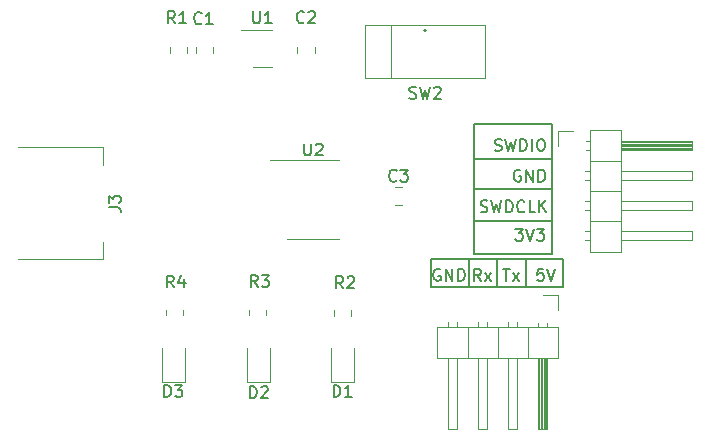
<source format=gbr>
%TF.GenerationSoftware,KiCad,Pcbnew,7.0.1*%
%TF.CreationDate,2023-09-30T16:00:22-04:00*%
%TF.ProjectId,usb_demonstrator,7573625f-6465-46d6-9f6e-73747261746f,rev?*%
%TF.SameCoordinates,Original*%
%TF.FileFunction,Legend,Top*%
%TF.FilePolarity,Positive*%
%FSLAX46Y46*%
G04 Gerber Fmt 4.6, Leading zero omitted, Abs format (unit mm)*
G04 Created by KiCad (PCBNEW 7.0.1) date 2023-09-30 16:00:22*
%MOMM*%
%LPD*%
G01*
G04 APERTURE LIST*
%ADD10C,0.150000*%
%ADD11C,0.120000*%
%ADD12C,0.160000*%
G04 APERTURE END LIST*
D10*
X173000000Y-95000000D02*
X173000000Y-97400000D01*
X170600000Y-95000000D02*
X170600000Y-97400000D01*
X176200000Y-97400000D02*
X176200000Y-95000000D01*
X165000000Y-95000000D02*
X165000000Y-97400000D01*
X175200000Y-91800000D02*
X168600000Y-91800000D01*
X168600000Y-89100000D02*
X175200000Y-89100000D01*
X165000000Y-97400000D02*
X176200000Y-97400000D01*
X175200000Y-86600000D02*
X168600000Y-86600000D01*
X168600000Y-94600000D02*
X175200000Y-94600000D01*
X168600000Y-83600000D02*
X168600000Y-94600000D01*
X168200000Y-95000000D02*
X168200000Y-97400000D01*
X176200000Y-95000000D02*
X165000000Y-95000000D01*
X175200000Y-94600000D02*
X175200000Y-83600000D01*
X175200000Y-83600000D02*
X168600000Y-83600000D01*
X172561904Y-87525238D02*
X172466666Y-87477619D01*
X172466666Y-87477619D02*
X172323809Y-87477619D01*
X172323809Y-87477619D02*
X172180952Y-87525238D01*
X172180952Y-87525238D02*
X172085714Y-87620476D01*
X172085714Y-87620476D02*
X172038095Y-87715714D01*
X172038095Y-87715714D02*
X171990476Y-87906190D01*
X171990476Y-87906190D02*
X171990476Y-88049047D01*
X171990476Y-88049047D02*
X172038095Y-88239523D01*
X172038095Y-88239523D02*
X172085714Y-88334761D01*
X172085714Y-88334761D02*
X172180952Y-88430000D01*
X172180952Y-88430000D02*
X172323809Y-88477619D01*
X172323809Y-88477619D02*
X172419047Y-88477619D01*
X172419047Y-88477619D02*
X172561904Y-88430000D01*
X172561904Y-88430000D02*
X172609523Y-88382380D01*
X172609523Y-88382380D02*
X172609523Y-88049047D01*
X172609523Y-88049047D02*
X172419047Y-88049047D01*
X173038095Y-88477619D02*
X173038095Y-87477619D01*
X173038095Y-87477619D02*
X173609523Y-88477619D01*
X173609523Y-88477619D02*
X173609523Y-87477619D01*
X174085714Y-88477619D02*
X174085714Y-87477619D01*
X174085714Y-87477619D02*
X174323809Y-87477619D01*
X174323809Y-87477619D02*
X174466666Y-87525238D01*
X174466666Y-87525238D02*
X174561904Y-87620476D01*
X174561904Y-87620476D02*
X174609523Y-87715714D01*
X174609523Y-87715714D02*
X174657142Y-87906190D01*
X174657142Y-87906190D02*
X174657142Y-88049047D01*
X174657142Y-88049047D02*
X174609523Y-88239523D01*
X174609523Y-88239523D02*
X174561904Y-88334761D01*
X174561904Y-88334761D02*
X174466666Y-88430000D01*
X174466666Y-88430000D02*
X174323809Y-88477619D01*
X174323809Y-88477619D02*
X174085714Y-88477619D01*
X165761904Y-95925238D02*
X165666666Y-95877619D01*
X165666666Y-95877619D02*
X165523809Y-95877619D01*
X165523809Y-95877619D02*
X165380952Y-95925238D01*
X165380952Y-95925238D02*
X165285714Y-96020476D01*
X165285714Y-96020476D02*
X165238095Y-96115714D01*
X165238095Y-96115714D02*
X165190476Y-96306190D01*
X165190476Y-96306190D02*
X165190476Y-96449047D01*
X165190476Y-96449047D02*
X165238095Y-96639523D01*
X165238095Y-96639523D02*
X165285714Y-96734761D01*
X165285714Y-96734761D02*
X165380952Y-96830000D01*
X165380952Y-96830000D02*
X165523809Y-96877619D01*
X165523809Y-96877619D02*
X165619047Y-96877619D01*
X165619047Y-96877619D02*
X165761904Y-96830000D01*
X165761904Y-96830000D02*
X165809523Y-96782380D01*
X165809523Y-96782380D02*
X165809523Y-96449047D01*
X165809523Y-96449047D02*
X165619047Y-96449047D01*
X166238095Y-96877619D02*
X166238095Y-95877619D01*
X166238095Y-95877619D02*
X166809523Y-96877619D01*
X166809523Y-96877619D02*
X166809523Y-95877619D01*
X167285714Y-96877619D02*
X167285714Y-95877619D01*
X167285714Y-95877619D02*
X167523809Y-95877619D01*
X167523809Y-95877619D02*
X167666666Y-95925238D01*
X167666666Y-95925238D02*
X167761904Y-96020476D01*
X167761904Y-96020476D02*
X167809523Y-96115714D01*
X167809523Y-96115714D02*
X167857142Y-96306190D01*
X167857142Y-96306190D02*
X167857142Y-96449047D01*
X167857142Y-96449047D02*
X167809523Y-96639523D01*
X167809523Y-96639523D02*
X167761904Y-96734761D01*
X167761904Y-96734761D02*
X167666666Y-96830000D01*
X167666666Y-96830000D02*
X167523809Y-96877619D01*
X167523809Y-96877619D02*
X167285714Y-96877619D01*
X169190476Y-91030000D02*
X169333333Y-91077619D01*
X169333333Y-91077619D02*
X169571428Y-91077619D01*
X169571428Y-91077619D02*
X169666666Y-91030000D01*
X169666666Y-91030000D02*
X169714285Y-90982380D01*
X169714285Y-90982380D02*
X169761904Y-90887142D01*
X169761904Y-90887142D02*
X169761904Y-90791904D01*
X169761904Y-90791904D02*
X169714285Y-90696666D01*
X169714285Y-90696666D02*
X169666666Y-90649047D01*
X169666666Y-90649047D02*
X169571428Y-90601428D01*
X169571428Y-90601428D02*
X169380952Y-90553809D01*
X169380952Y-90553809D02*
X169285714Y-90506190D01*
X169285714Y-90506190D02*
X169238095Y-90458571D01*
X169238095Y-90458571D02*
X169190476Y-90363333D01*
X169190476Y-90363333D02*
X169190476Y-90268095D01*
X169190476Y-90268095D02*
X169238095Y-90172857D01*
X169238095Y-90172857D02*
X169285714Y-90125238D01*
X169285714Y-90125238D02*
X169380952Y-90077619D01*
X169380952Y-90077619D02*
X169619047Y-90077619D01*
X169619047Y-90077619D02*
X169761904Y-90125238D01*
X170095238Y-90077619D02*
X170333333Y-91077619D01*
X170333333Y-91077619D02*
X170523809Y-90363333D01*
X170523809Y-90363333D02*
X170714285Y-91077619D01*
X170714285Y-91077619D02*
X170952381Y-90077619D01*
X171333333Y-91077619D02*
X171333333Y-90077619D01*
X171333333Y-90077619D02*
X171571428Y-90077619D01*
X171571428Y-90077619D02*
X171714285Y-90125238D01*
X171714285Y-90125238D02*
X171809523Y-90220476D01*
X171809523Y-90220476D02*
X171857142Y-90315714D01*
X171857142Y-90315714D02*
X171904761Y-90506190D01*
X171904761Y-90506190D02*
X171904761Y-90649047D01*
X171904761Y-90649047D02*
X171857142Y-90839523D01*
X171857142Y-90839523D02*
X171809523Y-90934761D01*
X171809523Y-90934761D02*
X171714285Y-91030000D01*
X171714285Y-91030000D02*
X171571428Y-91077619D01*
X171571428Y-91077619D02*
X171333333Y-91077619D01*
X172904761Y-90982380D02*
X172857142Y-91030000D01*
X172857142Y-91030000D02*
X172714285Y-91077619D01*
X172714285Y-91077619D02*
X172619047Y-91077619D01*
X172619047Y-91077619D02*
X172476190Y-91030000D01*
X172476190Y-91030000D02*
X172380952Y-90934761D01*
X172380952Y-90934761D02*
X172333333Y-90839523D01*
X172333333Y-90839523D02*
X172285714Y-90649047D01*
X172285714Y-90649047D02*
X172285714Y-90506190D01*
X172285714Y-90506190D02*
X172333333Y-90315714D01*
X172333333Y-90315714D02*
X172380952Y-90220476D01*
X172380952Y-90220476D02*
X172476190Y-90125238D01*
X172476190Y-90125238D02*
X172619047Y-90077619D01*
X172619047Y-90077619D02*
X172714285Y-90077619D01*
X172714285Y-90077619D02*
X172857142Y-90125238D01*
X172857142Y-90125238D02*
X172904761Y-90172857D01*
X173809523Y-91077619D02*
X173333333Y-91077619D01*
X173333333Y-91077619D02*
X173333333Y-90077619D01*
X174142857Y-91077619D02*
X174142857Y-90077619D01*
X174714285Y-91077619D02*
X174285714Y-90506190D01*
X174714285Y-90077619D02*
X174142857Y-90649047D01*
X172142857Y-92477619D02*
X172761904Y-92477619D01*
X172761904Y-92477619D02*
X172428571Y-92858571D01*
X172428571Y-92858571D02*
X172571428Y-92858571D01*
X172571428Y-92858571D02*
X172666666Y-92906190D01*
X172666666Y-92906190D02*
X172714285Y-92953809D01*
X172714285Y-92953809D02*
X172761904Y-93049047D01*
X172761904Y-93049047D02*
X172761904Y-93287142D01*
X172761904Y-93287142D02*
X172714285Y-93382380D01*
X172714285Y-93382380D02*
X172666666Y-93430000D01*
X172666666Y-93430000D02*
X172571428Y-93477619D01*
X172571428Y-93477619D02*
X172285714Y-93477619D01*
X172285714Y-93477619D02*
X172190476Y-93430000D01*
X172190476Y-93430000D02*
X172142857Y-93382380D01*
X173047619Y-92477619D02*
X173380952Y-93477619D01*
X173380952Y-93477619D02*
X173714285Y-92477619D01*
X173952381Y-92477619D02*
X174571428Y-92477619D01*
X174571428Y-92477619D02*
X174238095Y-92858571D01*
X174238095Y-92858571D02*
X174380952Y-92858571D01*
X174380952Y-92858571D02*
X174476190Y-92906190D01*
X174476190Y-92906190D02*
X174523809Y-92953809D01*
X174523809Y-92953809D02*
X174571428Y-93049047D01*
X174571428Y-93049047D02*
X174571428Y-93287142D01*
X174571428Y-93287142D02*
X174523809Y-93382380D01*
X174523809Y-93382380D02*
X174476190Y-93430000D01*
X174476190Y-93430000D02*
X174380952Y-93477619D01*
X174380952Y-93477619D02*
X174095238Y-93477619D01*
X174095238Y-93477619D02*
X174000000Y-93430000D01*
X174000000Y-93430000D02*
X173952381Y-93382380D01*
X174514285Y-95877619D02*
X174038095Y-95877619D01*
X174038095Y-95877619D02*
X173990476Y-96353809D01*
X173990476Y-96353809D02*
X174038095Y-96306190D01*
X174038095Y-96306190D02*
X174133333Y-96258571D01*
X174133333Y-96258571D02*
X174371428Y-96258571D01*
X174371428Y-96258571D02*
X174466666Y-96306190D01*
X174466666Y-96306190D02*
X174514285Y-96353809D01*
X174514285Y-96353809D02*
X174561904Y-96449047D01*
X174561904Y-96449047D02*
X174561904Y-96687142D01*
X174561904Y-96687142D02*
X174514285Y-96782380D01*
X174514285Y-96782380D02*
X174466666Y-96830000D01*
X174466666Y-96830000D02*
X174371428Y-96877619D01*
X174371428Y-96877619D02*
X174133333Y-96877619D01*
X174133333Y-96877619D02*
X174038095Y-96830000D01*
X174038095Y-96830000D02*
X173990476Y-96782380D01*
X174847619Y-95877619D02*
X175180952Y-96877619D01*
X175180952Y-96877619D02*
X175514285Y-95877619D01*
X170390476Y-85830000D02*
X170533333Y-85877619D01*
X170533333Y-85877619D02*
X170771428Y-85877619D01*
X170771428Y-85877619D02*
X170866666Y-85830000D01*
X170866666Y-85830000D02*
X170914285Y-85782380D01*
X170914285Y-85782380D02*
X170961904Y-85687142D01*
X170961904Y-85687142D02*
X170961904Y-85591904D01*
X170961904Y-85591904D02*
X170914285Y-85496666D01*
X170914285Y-85496666D02*
X170866666Y-85449047D01*
X170866666Y-85449047D02*
X170771428Y-85401428D01*
X170771428Y-85401428D02*
X170580952Y-85353809D01*
X170580952Y-85353809D02*
X170485714Y-85306190D01*
X170485714Y-85306190D02*
X170438095Y-85258571D01*
X170438095Y-85258571D02*
X170390476Y-85163333D01*
X170390476Y-85163333D02*
X170390476Y-85068095D01*
X170390476Y-85068095D02*
X170438095Y-84972857D01*
X170438095Y-84972857D02*
X170485714Y-84925238D01*
X170485714Y-84925238D02*
X170580952Y-84877619D01*
X170580952Y-84877619D02*
X170819047Y-84877619D01*
X170819047Y-84877619D02*
X170961904Y-84925238D01*
X171295238Y-84877619D02*
X171533333Y-85877619D01*
X171533333Y-85877619D02*
X171723809Y-85163333D01*
X171723809Y-85163333D02*
X171914285Y-85877619D01*
X171914285Y-85877619D02*
X172152381Y-84877619D01*
X172533333Y-85877619D02*
X172533333Y-84877619D01*
X172533333Y-84877619D02*
X172771428Y-84877619D01*
X172771428Y-84877619D02*
X172914285Y-84925238D01*
X172914285Y-84925238D02*
X173009523Y-85020476D01*
X173009523Y-85020476D02*
X173057142Y-85115714D01*
X173057142Y-85115714D02*
X173104761Y-85306190D01*
X173104761Y-85306190D02*
X173104761Y-85449047D01*
X173104761Y-85449047D02*
X173057142Y-85639523D01*
X173057142Y-85639523D02*
X173009523Y-85734761D01*
X173009523Y-85734761D02*
X172914285Y-85830000D01*
X172914285Y-85830000D02*
X172771428Y-85877619D01*
X172771428Y-85877619D02*
X172533333Y-85877619D01*
X173533333Y-85877619D02*
X173533333Y-84877619D01*
X174199999Y-84877619D02*
X174390475Y-84877619D01*
X174390475Y-84877619D02*
X174485713Y-84925238D01*
X174485713Y-84925238D02*
X174580951Y-85020476D01*
X174580951Y-85020476D02*
X174628570Y-85210952D01*
X174628570Y-85210952D02*
X174628570Y-85544285D01*
X174628570Y-85544285D02*
X174580951Y-85734761D01*
X174580951Y-85734761D02*
X174485713Y-85830000D01*
X174485713Y-85830000D02*
X174390475Y-85877619D01*
X174390475Y-85877619D02*
X174199999Y-85877619D01*
X174199999Y-85877619D02*
X174104761Y-85830000D01*
X174104761Y-85830000D02*
X174009523Y-85734761D01*
X174009523Y-85734761D02*
X173961904Y-85544285D01*
X173961904Y-85544285D02*
X173961904Y-85210952D01*
X173961904Y-85210952D02*
X174009523Y-85020476D01*
X174009523Y-85020476D02*
X174104761Y-84925238D01*
X174104761Y-84925238D02*
X174199999Y-84877619D01*
X169209523Y-96877619D02*
X168876190Y-96401428D01*
X168638095Y-96877619D02*
X168638095Y-95877619D01*
X168638095Y-95877619D02*
X169019047Y-95877619D01*
X169019047Y-95877619D02*
X169114285Y-95925238D01*
X169114285Y-95925238D02*
X169161904Y-95972857D01*
X169161904Y-95972857D02*
X169209523Y-96068095D01*
X169209523Y-96068095D02*
X169209523Y-96210952D01*
X169209523Y-96210952D02*
X169161904Y-96306190D01*
X169161904Y-96306190D02*
X169114285Y-96353809D01*
X169114285Y-96353809D02*
X169019047Y-96401428D01*
X169019047Y-96401428D02*
X168638095Y-96401428D01*
X169542857Y-96877619D02*
X170066666Y-96210952D01*
X169542857Y-96210952D02*
X170066666Y-96877619D01*
X171095238Y-95877619D02*
X171666666Y-95877619D01*
X171380952Y-96877619D02*
X171380952Y-95877619D01*
X171904762Y-96877619D02*
X172428571Y-96210952D01*
X171904762Y-96210952D02*
X172428571Y-96877619D01*
%TO.C,J3*%
X137702619Y-90663333D02*
X138416904Y-90663333D01*
X138416904Y-90663333D02*
X138559761Y-90710952D01*
X138559761Y-90710952D02*
X138655000Y-90806190D01*
X138655000Y-90806190D02*
X138702619Y-90949047D01*
X138702619Y-90949047D02*
X138702619Y-91044285D01*
X137702619Y-90282380D02*
X137702619Y-89663333D01*
X137702619Y-89663333D02*
X138083571Y-89996666D01*
X138083571Y-89996666D02*
X138083571Y-89853809D01*
X138083571Y-89853809D02*
X138131190Y-89758571D01*
X138131190Y-89758571D02*
X138178809Y-89710952D01*
X138178809Y-89710952D02*
X138274047Y-89663333D01*
X138274047Y-89663333D02*
X138512142Y-89663333D01*
X138512142Y-89663333D02*
X138607380Y-89710952D01*
X138607380Y-89710952D02*
X138655000Y-89758571D01*
X138655000Y-89758571D02*
X138702619Y-89853809D01*
X138702619Y-89853809D02*
X138702619Y-90139523D01*
X138702619Y-90139523D02*
X138655000Y-90234761D01*
X138655000Y-90234761D02*
X138607380Y-90282380D01*
%TO.C,U2*%
X154238095Y-85262619D02*
X154238095Y-86072142D01*
X154238095Y-86072142D02*
X154285714Y-86167380D01*
X154285714Y-86167380D02*
X154333333Y-86215000D01*
X154333333Y-86215000D02*
X154428571Y-86262619D01*
X154428571Y-86262619D02*
X154619047Y-86262619D01*
X154619047Y-86262619D02*
X154714285Y-86215000D01*
X154714285Y-86215000D02*
X154761904Y-86167380D01*
X154761904Y-86167380D02*
X154809523Y-86072142D01*
X154809523Y-86072142D02*
X154809523Y-85262619D01*
X155238095Y-85357857D02*
X155285714Y-85310238D01*
X155285714Y-85310238D02*
X155380952Y-85262619D01*
X155380952Y-85262619D02*
X155619047Y-85262619D01*
X155619047Y-85262619D02*
X155714285Y-85310238D01*
X155714285Y-85310238D02*
X155761904Y-85357857D01*
X155761904Y-85357857D02*
X155809523Y-85453095D01*
X155809523Y-85453095D02*
X155809523Y-85548333D01*
X155809523Y-85548333D02*
X155761904Y-85691190D01*
X155761904Y-85691190D02*
X155190476Y-86262619D01*
X155190476Y-86262619D02*
X155809523Y-86262619D01*
%TO.C,R4*%
X143208333Y-97437619D02*
X142875000Y-96961428D01*
X142636905Y-97437619D02*
X142636905Y-96437619D01*
X142636905Y-96437619D02*
X143017857Y-96437619D01*
X143017857Y-96437619D02*
X143113095Y-96485238D01*
X143113095Y-96485238D02*
X143160714Y-96532857D01*
X143160714Y-96532857D02*
X143208333Y-96628095D01*
X143208333Y-96628095D02*
X143208333Y-96770952D01*
X143208333Y-96770952D02*
X143160714Y-96866190D01*
X143160714Y-96866190D02*
X143113095Y-96913809D01*
X143113095Y-96913809D02*
X143017857Y-96961428D01*
X143017857Y-96961428D02*
X142636905Y-96961428D01*
X144065476Y-96770952D02*
X144065476Y-97437619D01*
X143827381Y-96390000D02*
X143589286Y-97104285D01*
X143589286Y-97104285D02*
X144208333Y-97104285D01*
%TO.C,D3*%
X142411905Y-106712619D02*
X142411905Y-105712619D01*
X142411905Y-105712619D02*
X142650000Y-105712619D01*
X142650000Y-105712619D02*
X142792857Y-105760238D01*
X142792857Y-105760238D02*
X142888095Y-105855476D01*
X142888095Y-105855476D02*
X142935714Y-105950714D01*
X142935714Y-105950714D02*
X142983333Y-106141190D01*
X142983333Y-106141190D02*
X142983333Y-106284047D01*
X142983333Y-106284047D02*
X142935714Y-106474523D01*
X142935714Y-106474523D02*
X142888095Y-106569761D01*
X142888095Y-106569761D02*
X142792857Y-106665000D01*
X142792857Y-106665000D02*
X142650000Y-106712619D01*
X142650000Y-106712619D02*
X142411905Y-106712619D01*
X143316667Y-105712619D02*
X143935714Y-105712619D01*
X143935714Y-105712619D02*
X143602381Y-106093571D01*
X143602381Y-106093571D02*
X143745238Y-106093571D01*
X143745238Y-106093571D02*
X143840476Y-106141190D01*
X143840476Y-106141190D02*
X143888095Y-106188809D01*
X143888095Y-106188809D02*
X143935714Y-106284047D01*
X143935714Y-106284047D02*
X143935714Y-106522142D01*
X143935714Y-106522142D02*
X143888095Y-106617380D01*
X143888095Y-106617380D02*
X143840476Y-106665000D01*
X143840476Y-106665000D02*
X143745238Y-106712619D01*
X143745238Y-106712619D02*
X143459524Y-106712619D01*
X143459524Y-106712619D02*
X143364286Y-106665000D01*
X143364286Y-106665000D02*
X143316667Y-106617380D01*
%TO.C,D1*%
X156736905Y-106712619D02*
X156736905Y-105712619D01*
X156736905Y-105712619D02*
X156975000Y-105712619D01*
X156975000Y-105712619D02*
X157117857Y-105760238D01*
X157117857Y-105760238D02*
X157213095Y-105855476D01*
X157213095Y-105855476D02*
X157260714Y-105950714D01*
X157260714Y-105950714D02*
X157308333Y-106141190D01*
X157308333Y-106141190D02*
X157308333Y-106284047D01*
X157308333Y-106284047D02*
X157260714Y-106474523D01*
X157260714Y-106474523D02*
X157213095Y-106569761D01*
X157213095Y-106569761D02*
X157117857Y-106665000D01*
X157117857Y-106665000D02*
X156975000Y-106712619D01*
X156975000Y-106712619D02*
X156736905Y-106712619D01*
X158260714Y-106712619D02*
X157689286Y-106712619D01*
X157975000Y-106712619D02*
X157975000Y-105712619D01*
X157975000Y-105712619D02*
X157879762Y-105855476D01*
X157879762Y-105855476D02*
X157784524Y-105950714D01*
X157784524Y-105950714D02*
X157689286Y-105998333D01*
%TO.C,C2*%
X154233333Y-74967380D02*
X154185714Y-75015000D01*
X154185714Y-75015000D02*
X154042857Y-75062619D01*
X154042857Y-75062619D02*
X153947619Y-75062619D01*
X153947619Y-75062619D02*
X153804762Y-75015000D01*
X153804762Y-75015000D02*
X153709524Y-74919761D01*
X153709524Y-74919761D02*
X153661905Y-74824523D01*
X153661905Y-74824523D02*
X153614286Y-74634047D01*
X153614286Y-74634047D02*
X153614286Y-74491190D01*
X153614286Y-74491190D02*
X153661905Y-74300714D01*
X153661905Y-74300714D02*
X153709524Y-74205476D01*
X153709524Y-74205476D02*
X153804762Y-74110238D01*
X153804762Y-74110238D02*
X153947619Y-74062619D01*
X153947619Y-74062619D02*
X154042857Y-74062619D01*
X154042857Y-74062619D02*
X154185714Y-74110238D01*
X154185714Y-74110238D02*
X154233333Y-74157857D01*
X154614286Y-74157857D02*
X154661905Y-74110238D01*
X154661905Y-74110238D02*
X154757143Y-74062619D01*
X154757143Y-74062619D02*
X154995238Y-74062619D01*
X154995238Y-74062619D02*
X155090476Y-74110238D01*
X155090476Y-74110238D02*
X155138095Y-74157857D01*
X155138095Y-74157857D02*
X155185714Y-74253095D01*
X155185714Y-74253095D02*
X155185714Y-74348333D01*
X155185714Y-74348333D02*
X155138095Y-74491190D01*
X155138095Y-74491190D02*
X154566667Y-75062619D01*
X154566667Y-75062619D02*
X155185714Y-75062619D01*
%TO.C,R3*%
X150308333Y-97412619D02*
X149975000Y-96936428D01*
X149736905Y-97412619D02*
X149736905Y-96412619D01*
X149736905Y-96412619D02*
X150117857Y-96412619D01*
X150117857Y-96412619D02*
X150213095Y-96460238D01*
X150213095Y-96460238D02*
X150260714Y-96507857D01*
X150260714Y-96507857D02*
X150308333Y-96603095D01*
X150308333Y-96603095D02*
X150308333Y-96745952D01*
X150308333Y-96745952D02*
X150260714Y-96841190D01*
X150260714Y-96841190D02*
X150213095Y-96888809D01*
X150213095Y-96888809D02*
X150117857Y-96936428D01*
X150117857Y-96936428D02*
X149736905Y-96936428D01*
X150641667Y-96412619D02*
X151260714Y-96412619D01*
X151260714Y-96412619D02*
X150927381Y-96793571D01*
X150927381Y-96793571D02*
X151070238Y-96793571D01*
X151070238Y-96793571D02*
X151165476Y-96841190D01*
X151165476Y-96841190D02*
X151213095Y-96888809D01*
X151213095Y-96888809D02*
X151260714Y-96984047D01*
X151260714Y-96984047D02*
X151260714Y-97222142D01*
X151260714Y-97222142D02*
X151213095Y-97317380D01*
X151213095Y-97317380D02*
X151165476Y-97365000D01*
X151165476Y-97365000D02*
X151070238Y-97412619D01*
X151070238Y-97412619D02*
X150784524Y-97412619D01*
X150784524Y-97412619D02*
X150689286Y-97365000D01*
X150689286Y-97365000D02*
X150641667Y-97317380D01*
%TO.C,R1*%
X143313333Y-75070119D02*
X142980000Y-74593928D01*
X142741905Y-75070119D02*
X142741905Y-74070119D01*
X142741905Y-74070119D02*
X143122857Y-74070119D01*
X143122857Y-74070119D02*
X143218095Y-74117738D01*
X143218095Y-74117738D02*
X143265714Y-74165357D01*
X143265714Y-74165357D02*
X143313333Y-74260595D01*
X143313333Y-74260595D02*
X143313333Y-74403452D01*
X143313333Y-74403452D02*
X143265714Y-74498690D01*
X143265714Y-74498690D02*
X143218095Y-74546309D01*
X143218095Y-74546309D02*
X143122857Y-74593928D01*
X143122857Y-74593928D02*
X142741905Y-74593928D01*
X144265714Y-75070119D02*
X143694286Y-75070119D01*
X143980000Y-75070119D02*
X143980000Y-74070119D01*
X143980000Y-74070119D02*
X143884762Y-74212976D01*
X143884762Y-74212976D02*
X143789524Y-74308214D01*
X143789524Y-74308214D02*
X143694286Y-74355833D01*
%TO.C,C3*%
X162070833Y-88387380D02*
X162023214Y-88435000D01*
X162023214Y-88435000D02*
X161880357Y-88482619D01*
X161880357Y-88482619D02*
X161785119Y-88482619D01*
X161785119Y-88482619D02*
X161642262Y-88435000D01*
X161642262Y-88435000D02*
X161547024Y-88339761D01*
X161547024Y-88339761D02*
X161499405Y-88244523D01*
X161499405Y-88244523D02*
X161451786Y-88054047D01*
X161451786Y-88054047D02*
X161451786Y-87911190D01*
X161451786Y-87911190D02*
X161499405Y-87720714D01*
X161499405Y-87720714D02*
X161547024Y-87625476D01*
X161547024Y-87625476D02*
X161642262Y-87530238D01*
X161642262Y-87530238D02*
X161785119Y-87482619D01*
X161785119Y-87482619D02*
X161880357Y-87482619D01*
X161880357Y-87482619D02*
X162023214Y-87530238D01*
X162023214Y-87530238D02*
X162070833Y-87577857D01*
X162404167Y-87482619D02*
X163023214Y-87482619D01*
X163023214Y-87482619D02*
X162689881Y-87863571D01*
X162689881Y-87863571D02*
X162832738Y-87863571D01*
X162832738Y-87863571D02*
X162927976Y-87911190D01*
X162927976Y-87911190D02*
X162975595Y-87958809D01*
X162975595Y-87958809D02*
X163023214Y-88054047D01*
X163023214Y-88054047D02*
X163023214Y-88292142D01*
X163023214Y-88292142D02*
X162975595Y-88387380D01*
X162975595Y-88387380D02*
X162927976Y-88435000D01*
X162927976Y-88435000D02*
X162832738Y-88482619D01*
X162832738Y-88482619D02*
X162547024Y-88482619D01*
X162547024Y-88482619D02*
X162451786Y-88435000D01*
X162451786Y-88435000D02*
X162404167Y-88387380D01*
%TO.C,SW2*%
X163166667Y-81415000D02*
X163309524Y-81462619D01*
X163309524Y-81462619D02*
X163547619Y-81462619D01*
X163547619Y-81462619D02*
X163642857Y-81415000D01*
X163642857Y-81415000D02*
X163690476Y-81367380D01*
X163690476Y-81367380D02*
X163738095Y-81272142D01*
X163738095Y-81272142D02*
X163738095Y-81176904D01*
X163738095Y-81176904D02*
X163690476Y-81081666D01*
X163690476Y-81081666D02*
X163642857Y-81034047D01*
X163642857Y-81034047D02*
X163547619Y-80986428D01*
X163547619Y-80986428D02*
X163357143Y-80938809D01*
X163357143Y-80938809D02*
X163261905Y-80891190D01*
X163261905Y-80891190D02*
X163214286Y-80843571D01*
X163214286Y-80843571D02*
X163166667Y-80748333D01*
X163166667Y-80748333D02*
X163166667Y-80653095D01*
X163166667Y-80653095D02*
X163214286Y-80557857D01*
X163214286Y-80557857D02*
X163261905Y-80510238D01*
X163261905Y-80510238D02*
X163357143Y-80462619D01*
X163357143Y-80462619D02*
X163595238Y-80462619D01*
X163595238Y-80462619D02*
X163738095Y-80510238D01*
X164071429Y-80462619D02*
X164309524Y-81462619D01*
X164309524Y-81462619D02*
X164500000Y-80748333D01*
X164500000Y-80748333D02*
X164690476Y-81462619D01*
X164690476Y-81462619D02*
X164928572Y-80462619D01*
X165261905Y-80557857D02*
X165309524Y-80510238D01*
X165309524Y-80510238D02*
X165404762Y-80462619D01*
X165404762Y-80462619D02*
X165642857Y-80462619D01*
X165642857Y-80462619D02*
X165738095Y-80510238D01*
X165738095Y-80510238D02*
X165785714Y-80557857D01*
X165785714Y-80557857D02*
X165833333Y-80653095D01*
X165833333Y-80653095D02*
X165833333Y-80748333D01*
X165833333Y-80748333D02*
X165785714Y-80891190D01*
X165785714Y-80891190D02*
X165214286Y-81462619D01*
X165214286Y-81462619D02*
X165833333Y-81462619D01*
%TO.C,D2*%
X149661905Y-106812619D02*
X149661905Y-105812619D01*
X149661905Y-105812619D02*
X149900000Y-105812619D01*
X149900000Y-105812619D02*
X150042857Y-105860238D01*
X150042857Y-105860238D02*
X150138095Y-105955476D01*
X150138095Y-105955476D02*
X150185714Y-106050714D01*
X150185714Y-106050714D02*
X150233333Y-106241190D01*
X150233333Y-106241190D02*
X150233333Y-106384047D01*
X150233333Y-106384047D02*
X150185714Y-106574523D01*
X150185714Y-106574523D02*
X150138095Y-106669761D01*
X150138095Y-106669761D02*
X150042857Y-106765000D01*
X150042857Y-106765000D02*
X149900000Y-106812619D01*
X149900000Y-106812619D02*
X149661905Y-106812619D01*
X150614286Y-105907857D02*
X150661905Y-105860238D01*
X150661905Y-105860238D02*
X150757143Y-105812619D01*
X150757143Y-105812619D02*
X150995238Y-105812619D01*
X150995238Y-105812619D02*
X151090476Y-105860238D01*
X151090476Y-105860238D02*
X151138095Y-105907857D01*
X151138095Y-105907857D02*
X151185714Y-106003095D01*
X151185714Y-106003095D02*
X151185714Y-106098333D01*
X151185714Y-106098333D02*
X151138095Y-106241190D01*
X151138095Y-106241190D02*
X150566667Y-106812619D01*
X150566667Y-106812619D02*
X151185714Y-106812619D01*
%TO.C,R2*%
X157558333Y-97512619D02*
X157225000Y-97036428D01*
X156986905Y-97512619D02*
X156986905Y-96512619D01*
X156986905Y-96512619D02*
X157367857Y-96512619D01*
X157367857Y-96512619D02*
X157463095Y-96560238D01*
X157463095Y-96560238D02*
X157510714Y-96607857D01*
X157510714Y-96607857D02*
X157558333Y-96703095D01*
X157558333Y-96703095D02*
X157558333Y-96845952D01*
X157558333Y-96845952D02*
X157510714Y-96941190D01*
X157510714Y-96941190D02*
X157463095Y-96988809D01*
X157463095Y-96988809D02*
X157367857Y-97036428D01*
X157367857Y-97036428D02*
X156986905Y-97036428D01*
X157939286Y-96607857D02*
X157986905Y-96560238D01*
X157986905Y-96560238D02*
X158082143Y-96512619D01*
X158082143Y-96512619D02*
X158320238Y-96512619D01*
X158320238Y-96512619D02*
X158415476Y-96560238D01*
X158415476Y-96560238D02*
X158463095Y-96607857D01*
X158463095Y-96607857D02*
X158510714Y-96703095D01*
X158510714Y-96703095D02*
X158510714Y-96798333D01*
X158510714Y-96798333D02*
X158463095Y-96941190D01*
X158463095Y-96941190D02*
X157891667Y-97512619D01*
X157891667Y-97512619D02*
X158510714Y-97512619D01*
%TO.C,C1*%
X145563333Y-75054880D02*
X145515714Y-75102500D01*
X145515714Y-75102500D02*
X145372857Y-75150119D01*
X145372857Y-75150119D02*
X145277619Y-75150119D01*
X145277619Y-75150119D02*
X145134762Y-75102500D01*
X145134762Y-75102500D02*
X145039524Y-75007261D01*
X145039524Y-75007261D02*
X144991905Y-74912023D01*
X144991905Y-74912023D02*
X144944286Y-74721547D01*
X144944286Y-74721547D02*
X144944286Y-74578690D01*
X144944286Y-74578690D02*
X144991905Y-74388214D01*
X144991905Y-74388214D02*
X145039524Y-74292976D01*
X145039524Y-74292976D02*
X145134762Y-74197738D01*
X145134762Y-74197738D02*
X145277619Y-74150119D01*
X145277619Y-74150119D02*
X145372857Y-74150119D01*
X145372857Y-74150119D02*
X145515714Y-74197738D01*
X145515714Y-74197738D02*
X145563333Y-74245357D01*
X146515714Y-75150119D02*
X145944286Y-75150119D01*
X146230000Y-75150119D02*
X146230000Y-74150119D01*
X146230000Y-74150119D02*
X146134762Y-74292976D01*
X146134762Y-74292976D02*
X146039524Y-74388214D01*
X146039524Y-74388214D02*
X145944286Y-74435833D01*
%TO.C,U1*%
X149940595Y-74062619D02*
X149940595Y-74872142D01*
X149940595Y-74872142D02*
X149988214Y-74967380D01*
X149988214Y-74967380D02*
X150035833Y-75015000D01*
X150035833Y-75015000D02*
X150131071Y-75062619D01*
X150131071Y-75062619D02*
X150321547Y-75062619D01*
X150321547Y-75062619D02*
X150416785Y-75015000D01*
X150416785Y-75015000D02*
X150464404Y-74967380D01*
X150464404Y-74967380D02*
X150512023Y-74872142D01*
X150512023Y-74872142D02*
X150512023Y-74062619D01*
X151512023Y-75062619D02*
X150940595Y-75062619D01*
X151226309Y-75062619D02*
X151226309Y-74062619D01*
X151226309Y-74062619D02*
X151131071Y-74205476D01*
X151131071Y-74205476D02*
X151035833Y-74300714D01*
X151035833Y-74300714D02*
X150940595Y-74348333D01*
D11*
%TO.C,J3*%
X137250000Y-85580000D02*
X129990000Y-85580000D01*
X137250000Y-85580000D02*
X137250000Y-87080000D01*
X137250000Y-93580000D02*
X137250000Y-95080000D01*
X137250000Y-95080000D02*
X129990000Y-95080000D01*
%TO.C,U2*%
X155000000Y-86615000D02*
X151400000Y-86615000D01*
X155000000Y-86615000D02*
X157200000Y-86615000D01*
X155000000Y-93385000D02*
X152800000Y-93385000D01*
X155000000Y-93385000D02*
X157200000Y-93385000D01*
%TO.C,J2*%
X175710000Y-98045000D02*
X175710000Y-99315000D01*
X174440000Y-98045000D02*
X175710000Y-98045000D01*
X172280000Y-100357929D02*
X172280000Y-100755000D01*
X171520000Y-100357929D02*
X171520000Y-100755000D01*
X169740000Y-100357929D02*
X169740000Y-100755000D01*
X168980000Y-100357929D02*
X168980000Y-100755000D01*
X167200000Y-100357929D02*
X167200000Y-100755000D01*
X166440000Y-100357929D02*
X166440000Y-100755000D01*
X174820000Y-100425000D02*
X174820000Y-100755000D01*
X174060000Y-100425000D02*
X174060000Y-100755000D01*
X175770000Y-100755000D02*
X165490000Y-100755000D01*
X173170000Y-100755000D02*
X173170000Y-103415000D01*
X170630000Y-100755000D02*
X170630000Y-103415000D01*
X168090000Y-100755000D02*
X168090000Y-103415000D01*
X165490000Y-100755000D02*
X165490000Y-103415000D01*
X175770000Y-103415000D02*
X175770000Y-100755000D01*
X174820000Y-103415000D02*
X174820000Y-109415000D01*
X174760000Y-103415000D02*
X174760000Y-109415000D01*
X174640000Y-103415000D02*
X174640000Y-109415000D01*
X174520000Y-103415000D02*
X174520000Y-109415000D01*
X174400000Y-103415000D02*
X174400000Y-109415000D01*
X174280000Y-103415000D02*
X174280000Y-109415000D01*
X174160000Y-103415000D02*
X174160000Y-109415000D01*
X172280000Y-103415000D02*
X172280000Y-109415000D01*
X169740000Y-103415000D02*
X169740000Y-109415000D01*
X167200000Y-103415000D02*
X167200000Y-109415000D01*
X165490000Y-103415000D02*
X175770000Y-103415000D01*
X174820000Y-109415000D02*
X174060000Y-109415000D01*
X174060000Y-109415000D02*
X174060000Y-103415000D01*
X172280000Y-109415000D02*
X171520000Y-109415000D01*
X171520000Y-109415000D02*
X171520000Y-103415000D01*
X169740000Y-109415000D02*
X168980000Y-109415000D01*
X168980000Y-109415000D02*
X168980000Y-103415000D01*
X167200000Y-109415000D02*
X166440000Y-109415000D01*
X166440000Y-109415000D02*
X166440000Y-103415000D01*
%TO.C,R4*%
X143985000Y-99322936D02*
X143985000Y-99777064D01*
X142515000Y-99322936D02*
X142515000Y-99777064D01*
%TO.C,D3*%
X142240000Y-105410000D02*
X144160000Y-105410000D01*
X144160000Y-105410000D02*
X144160000Y-102550000D01*
X142240000Y-102550000D02*
X142240000Y-105410000D01*
%TO.C,D1*%
X156515000Y-105435000D02*
X158435000Y-105435000D01*
X158435000Y-105435000D02*
X158435000Y-102575000D01*
X156515000Y-102575000D02*
X156515000Y-105435000D01*
%TO.C,C2*%
X155135000Y-77068748D02*
X155135000Y-77591252D01*
X153665000Y-77068748D02*
X153665000Y-77591252D01*
%TO.C,R3*%
X151060000Y-99347936D02*
X151060000Y-99802064D01*
X149590000Y-99347936D02*
X149590000Y-99802064D01*
%TO.C,R1*%
X142875000Y-77564564D02*
X142875000Y-77110436D01*
X144345000Y-77564564D02*
X144345000Y-77110436D01*
%TO.C,C3*%
X161976248Y-88965000D02*
X162498752Y-88965000D01*
X161976248Y-90435000D02*
X162498752Y-90435000D01*
%TO.C,SW2*%
X159400000Y-75250000D02*
X169600000Y-75250000D01*
X159400000Y-79750000D02*
X159400000Y-75250000D01*
X161600000Y-75300000D02*
X161600000Y-79700000D01*
X169600000Y-75250000D02*
X169600000Y-79750000D01*
X169600000Y-79750000D02*
X159400000Y-79750000D01*
D12*
X164580000Y-75700000D02*
G75*
G03*
X164580000Y-75700000I-80000J0D01*
G01*
D11*
%TO.C,D2*%
X149415000Y-105435000D02*
X151335000Y-105435000D01*
X151335000Y-105435000D02*
X151335000Y-102575000D01*
X149415000Y-102575000D02*
X149415000Y-105435000D01*
%TO.C,R2*%
X158235000Y-99397936D02*
X158235000Y-99852064D01*
X156765000Y-99397936D02*
X156765000Y-99852064D01*
%TO.C,C1*%
X146535000Y-77076248D02*
X146535000Y-77598752D01*
X145065000Y-77076248D02*
X145065000Y-77598752D01*
%TO.C,U1*%
X150702500Y-75680000D02*
X148902500Y-75680000D01*
X150702500Y-75680000D02*
X151502500Y-75680000D01*
X150702500Y-78800000D02*
X149902500Y-78800000D01*
X150702500Y-78800000D02*
X151502500Y-78800000D01*
%TO.C,J1*%
X175730000Y-84190000D02*
X177000000Y-84190000D01*
X175730000Y-85460000D02*
X175730000Y-84190000D01*
X178042929Y-87620000D02*
X178440000Y-87620000D01*
X178042929Y-88380000D02*
X178440000Y-88380000D01*
X178042929Y-90160000D02*
X178440000Y-90160000D01*
X178042929Y-90920000D02*
X178440000Y-90920000D01*
X178042929Y-92700000D02*
X178440000Y-92700000D01*
X178042929Y-93460000D02*
X178440000Y-93460000D01*
X178110000Y-85080000D02*
X178440000Y-85080000D01*
X178110000Y-85840000D02*
X178440000Y-85840000D01*
X178440000Y-84130000D02*
X178440000Y-94410000D01*
X178440000Y-86730000D02*
X181100000Y-86730000D01*
X178440000Y-89270000D02*
X181100000Y-89270000D01*
X178440000Y-91810000D02*
X181100000Y-91810000D01*
X178440000Y-94410000D02*
X181100000Y-94410000D01*
X181100000Y-84130000D02*
X178440000Y-84130000D01*
X181100000Y-85080000D02*
X187100000Y-85080000D01*
X181100000Y-85140000D02*
X187100000Y-85140000D01*
X181100000Y-85260000D02*
X187100000Y-85260000D01*
X181100000Y-85380000D02*
X187100000Y-85380000D01*
X181100000Y-85500000D02*
X187100000Y-85500000D01*
X181100000Y-85620000D02*
X187100000Y-85620000D01*
X181100000Y-85740000D02*
X187100000Y-85740000D01*
X181100000Y-87620000D02*
X187100000Y-87620000D01*
X181100000Y-90160000D02*
X187100000Y-90160000D01*
X181100000Y-92700000D02*
X187100000Y-92700000D01*
X181100000Y-94410000D02*
X181100000Y-84130000D01*
X187100000Y-85080000D02*
X187100000Y-85840000D01*
X187100000Y-85840000D02*
X181100000Y-85840000D01*
X187100000Y-87620000D02*
X187100000Y-88380000D01*
X187100000Y-88380000D02*
X181100000Y-88380000D01*
X187100000Y-90160000D02*
X187100000Y-90920000D01*
X187100000Y-90920000D02*
X181100000Y-90920000D01*
X187100000Y-92700000D02*
X187100000Y-93460000D01*
X187100000Y-93460000D02*
X181100000Y-93460000D01*
%TD*%
M02*

</source>
